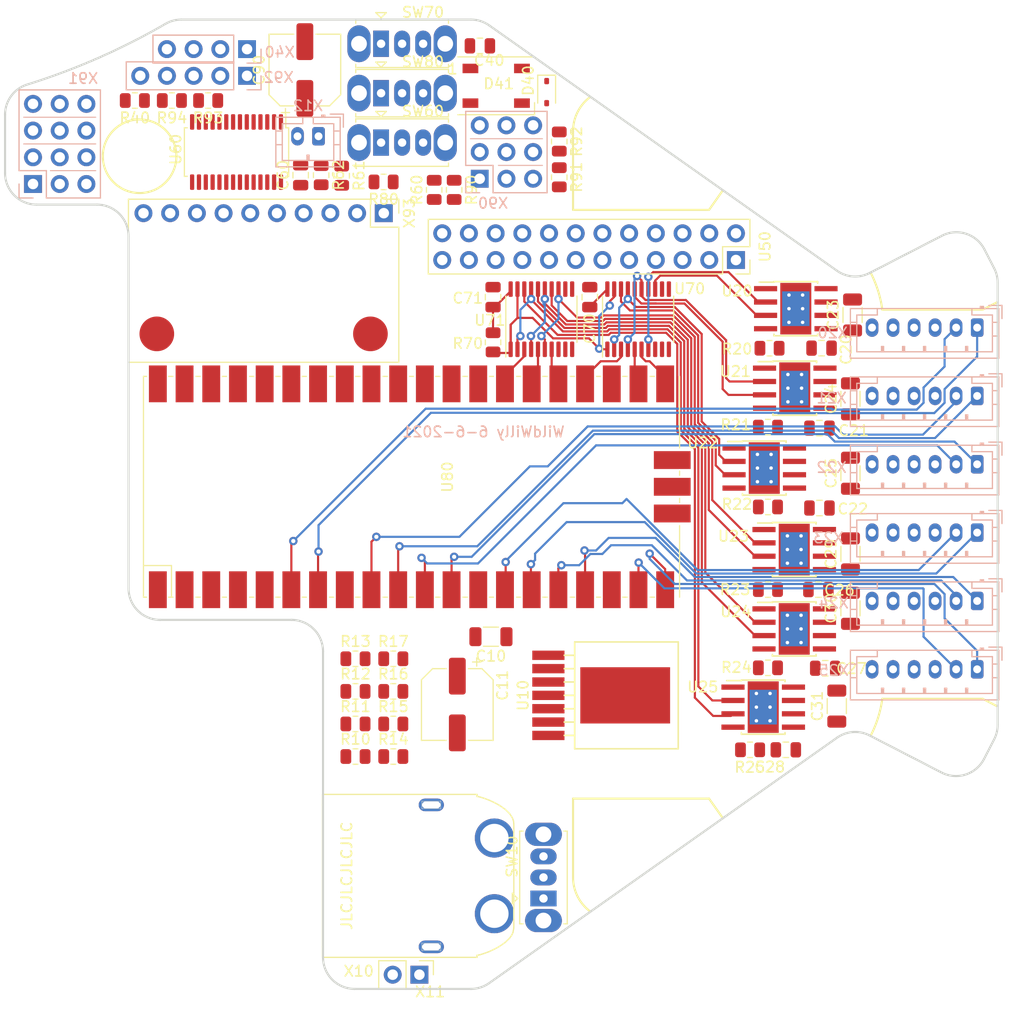
<source format=kicad_pcb>
(kicad_pcb (version 20221018) (generator pcbnew)
  (layers (0 "F.Cu" signal "Top") (1 "In1.Cu" signal) (2 "In2.Cu" signal) (31 "B.Cu" signal "Bottom") (34 "B.Paste" user) (35 "F.Paste" user) (36 "B.SilkS" user "B.Silkscreen") (37 "F.SilkS" user "F.Silkscreen") (38 "B.Mask" user) (39 "F.Mask" user) (44 "Edge.Cuts" user))
  (net 0 "")
  (net 1 "GND")
  (net 2 "+5V")
  (net 3 "SERVOSCL")
  (net 4 "SERVOSDA")
  (net 5 "M6")
  (net 6 "M5")
  (net 7 "M4")
  (net 8 "M3")
  (net 9 "M2")
  (net 10 "M1")
  (net 11 "MENABLE")
  (net 12 "VBATMEASURE")
  (net 13 "WSLED")
  (net 14 "S4")
  (net 15 "S3")
  (net 16 "S2")
  (net 17 "S1")
  (net 18 "+BATT")
  (net 19 "IM1")
  (net 20 "IM6")
  (net 21 "IM5")
  (net 22 "IM4")
  (net 23 "IM3")
  (net 24 "IM2")
  (net 25 "ZERO0")
  (net 26 "ZERO1")
  (net 27 "ZERO2")
  (net 28 "Net-(D40-K)")
  (net 29 "Net-(U20-ILIM)")
  (net 30 "Net-(D41-DOUT)")
  (net 31 "Net-(SW10-B)")
  (net 32 "Net-(R10-Pad2)")
  (net 33 "Net-(U10-EN)")
  (net 34 "Net-(U10-FB)")
  (net 35 "OLEDSCL")
  (net 36 "OLEDSDA")
  (net 37 "EM2")
  (net 38 "EM3")
  (net 39 "EM4")
  (net 40 "EM6")
  (net 41 "EM5")
  (net 42 "EM1")
  (net 43 "Net-(R14-Pad2)")
  (net 44 "IMURST")
  (net 45 "OLEDRES")
  (net 46 "IMUPS1")
  (net 47 "IMUTX")
  (net 48 "IMUPS0")
  (net 49 "IMURX")
  (net 50 "Net-(U20-OUT2)")
  (net 51 "Net-(U20-OUT1)")
  (net 52 "Net-(U21-ILIM)")
  (net 53 "Net-(U22-ILIM)")
  (net 54 "Net-(U23-ILIM)")
  (net 55 "Net-(U24-ILIM)")
  (net 56 "Net-(U25-ILIM)")
  (net 57 "Net-(SW60-B)")
  (net 58 "Net-(SW70-C)")
  (net 64 "Net-(U21-OUT1)")
  (net 65 "Net-(U21-OUT2)")
  (net 66 "Net-(U22-OUT1)")
  (net 67 "Net-(U22-OUT2)")
  (net 68 "Net-(U23-OUT1)")
  (net 69 "Net-(U23-OUT2)")
  (net 70 "Net-(U24-OUT1)")
  (net 71 "Net-(U24-OUT2)")
  (net 72 "Net-(U25-OUT1)")
  (net 73 "Net-(U25-OUT2)")
  (net 78 "INBUTTON")
  (net 79 "+3.3V")
  (net 81 "INWIFI")
  (net 86 "GNDPWR")
  (net 93 "PICORX")
  (net 94 "PICOTX")
  (net 96 "SWDIO")
  (net 97 "SWCLK")
  (net 98 "E6B")
  (net 99 "E6A")
  (net 100 "E5A")
  (net 101 "E5B")
  (net 102 "E4A")
  (net 103 "E4B")
  (net 104 "E1A")
  (net 105 "E1B")
  (net 106 "E2A")
  (net 107 "E2B")
  (net 108 "E3A")
  (net 109 "E3B")
  (footprint "Capacitor_SMD:C_0805_2012Metric" (layer "F.Cu") (at 103.65 56.4)
    (fp_text reference "C40")
    (fp_text value "100n")
  )
  (footprint "Resistor_SMD:R_0805_2012Metric" (layer "F.Cu") (at 77.8 61.6 180)
    (fp_text reference "R93")
    (fp_text value "4k7")
  )
  (footprint "Resistor_SMD:R_0805_2012Metric" (layer "F.Cu") (at 74.35 61.6 180)
    (fp_text reference "R94")
    (fp_text value "4k7")
  )
  (footprint "Package_SO:TSSOP-28_4.4x9.7mm_P0.65mm" (layer "F.Cu") (at 80.5 66.5 -90)
    (fp_text reference "U60")
    (fp_text value "PCA9685PW")
  )
  (footprint "Capacitor_SMD:C_0805_2012Metric" (layer "F.Cu") (at 86.6 68.7 90)
    (fp_text reference "C60")
    (fp_text value "100n")
  )
  (footprint "Resistor_SMD:R_0805_2012Metric" (layer "F.Cu") (at 131.2 85.16)
    (fp_text reference "R20")
    (fp_text value "68k")
  )
  (footprint "Resistor_SMD:R_0805_2012Metric" (layer "F.Cu") (at 104.9 84.6 -90)
    (fp_text reference "R70")
    (fp_text value "100k")
  )
  (footprint "MountingHole:MountingHole_3.2mm_M3" (layer "F.Cu") (at 114.709 132.3)
    (fp_text reference "H203" hide)
    (fp_text value "MountingHole")
  )
  (footprint "Capacitor_SMD:CP_Elec_6.3x7.7" (layer "F.Cu") (at 101.5 119.05 -90)
    (fp_text reference "C11")
    (fp_text value "220u")
  )
  (footprint "Capacitor_SMD:C_1206_3216Metric" (layer "F.Cu") (at 104.7 112.6 180)
    (fp_text reference "C10")
    (fp_text value "22u")
  )
  (footprint "Capacitor_SMD:C_1206_3216Metric" (layer "F.Cu") (at 138.9 109.9 90)
    (fp_text reference "C30")
    (fp_text value "22u")
  )
  (footprint "Resistor_SMD:R_0805_2012Metric" (layer "F.Cu") (at 131.05 92.66)
    (fp_text reference "R21")
    (fp_text value "68k")
  )
  (footprint "Resistor_SMD:R_0805_2012Metric" (layer "F.Cu") (at 131.05 100.26)
    (fp_text reference "R22")
    (fp_text value "68k")
  )
  (footprint "Resistor_SMD:R_0805_2012Metric" (layer "F.Cu") (at 131.05 108.12)
    (fp_text reference "R23")
    (fp_text value "68k")
  )
  (footprint "Capacitor_SMD:C_1206_3216Metric" (layer "F.Cu") (at 137.6 119.2 90)
    (fp_text reference "C31")
    (fp_text value "22u")
  )
  (footprint "Resistor_SMD:R_0805_2012Metric" (layer "F.Cu") (at 131.05 115.56)
    (fp_text reference "R24")
    (fp_text value "68k")
  )
  (footprint "Connector_PinHeader_2.54mm:PinHeader_1x02_P2.54mm_Vertical" (layer "F.Cu") (at 97.895 144.75 -90)
    (fp_text reference "X11")
    (fp_text value "Conn_01x02")
  )
  (footprint "Capacitor_SMD:C_0805_2012Metric" (layer "F.Cu") (at 132.75 123.36 180)
    (fp_text reference "C28")
    (fp_text value "100n")
  )
  (footprint "Capacitor_SMD:C_0805_2012Metric" (layer "F.Cu") (at 136.5 115.6 180)
    (fp_text reference "C27")
    (fp_text value "100n")
  )
  (footprint "Capacitor_SMD:C_0805_2012Metric" (layer "F.Cu") (at 135.95 92.76 180)
    (fp_text reference "C21")
    (fp_text value "100n")
  )
  (footprint "Capacitor_SMD:C_1206_3216Metric" (layer "F.Cu") (at 138.9 97.05 90)
    (fp_text reference "C25")
    (fp_text value "22u")
  )
  (footprint "Capacitor_SMD:C_0805_2012Metric" (layer "F.Cu") (at 135.85 108.12 180)
    (fp_text reference "C26")
    (fp_text value "100n")
  )
  (footprint "Capacitor_SMD:C_1206_3216Metric" (layer "F.Cu") (at 138.9 104.725 90)
    (fp_text reference "C29")
    (fp_text value "22u")
  )
  (footprint "_r5:AMASS_XT60PW-M" (layer "F.Cu") (at 99.02691 135.35 90)
    (fp_text reference "X10")
    (fp_text value "Conn_01x02")
    (fp_line (start -7.1 -0.9) (end -6.4 -0.9) (stroke (width 0.05)) (layer "Edge.Cuts"))
    (fp_line (start -7.1 0.9) (end -7.1 -0.9) (stroke (width 0.05)) (layer "Edge.Cuts"))
    (fp_line (start -6.4 -0.9) (end -6.4 0.9) (stroke (width 0.05)) (layer "Edge.Cuts"))
    (fp_line (start -6.4 0.9) (end -7.1 0.9) (stroke (width 0.05)) (layer "Edge.Cuts"))
    (fp_line (start 6.4 -0.9) (end 7.1 -0.9) (stroke (width 0.05)) (layer "Edge.Cuts"))
    (fp_line (start 6.4 0.9) (end 6.4 -0.9) (stroke (width 0.05)) (layer "Edge.Cuts"))
    (fp_line (start 7.1 -0.9) (end 7.1 0.9) (stroke (width 0.05)) (layer "Edge.Cuts"))
    (fp_line (start 7.1 0.9) (end 6.4 0.9) (stroke (width 0.05)) (layer "Edge.Cuts"))
  )
  (footprint "Capacitor_SMD:C_1206_3216Metric" (layer "F.Cu") (at 139.1 82 90)
    (fp_text reference "C23")
    (fp_text value "22u")
  )
  (footprint "Resistor_SMD:R_0805_2012Metric" (layer "F.Cu") (at 95.4125 114.7)
    (fp_text reference "R17")
    (fp_text value "68k")
  )
  (footprint "Resistor_SMD:R_0805_2012Metric" (layer "F.Cu") (at 95.4125 117.8)
    (fp_text reference "R16")
    (fp_text value "100k")
  )
  (footprint "MountingHole:MountingHole_3.2mm_M3" (layer "F.Cu") (at 71.28 66.9)
    (fp_text reference "H202" hide)
    (fp_text value "MountingHole")
  )
  (footprint "MountingHole:MountingHole_3.2mm_M3" (layer "F.Cu") (at 149.517 77.988)
    (fp_text reference "H201" hide)
    (fp_text value "MountingHole")
  )
  (footprint "MountingHole:MountingHole_3.2mm_M3" (layer "F.Cu") (at 149.517 122.012)
    (fp_text reference "H204" hide)
    (fp_text value "MountingHole")
  )
  (footprint "Resistor_SMD:R_0805_2012Metric" (layer "F.Cu") (at 129.35 123.36)
    (fp_text reference "R25")
    (fp_text value "68k")
  )
  (footprint "LED_SMD:LED_WS2812B_PLCC4_5.0x5.0mm_P3.2mm" (layer "F.Cu") (at 105.2 60.198)
    (fp_text reference "D41")
    (fp_text value "WS2812B5050")
  )
  (footprint "Capacitor_SMD:C_0805_2012Metric" (layer "F.Cu") (at 135.95 100.36 180)
    (fp_text reference "C22")
    (fp_text value "100n")
  )
  (footprint "Package_SO:Texas_HTSOP-8-1EP_3.9x4.9mm_P1.27mm_EP2.95x4.9mm_Mask2.4x3.1mm_ThermalVias" (layer "F.Cu") (at 133.6 88.96)
    (fp_text reference "U21")
    (fp_text value "DRV8871DDA")
  )
  (footprint "Package_SO:Texas_HTSOP-8-1EP_3.9x4.9mm_P1.27mm_EP2.95x4.9mm_Mask2.4x3.1mm_ThermalVias" (layer "F.Cu") (at 130.7 96.56)
    (fp_text reference "U22")
    (fp_text value "DRV8871DDA")
  )
  (footprint "Package_SO:Texas_HTSOP-8-1EP_3.9x4.9mm_P1.27mm_EP2.95x4.9mm_Mask2.4x3.1mm_ThermalVias" (layer "F.Cu") (at 133.55 104.31)
    (fp_text reference "U23")
    (fp_text value "DRV8871DDA")
  )
  (footprint "Package_SO:Texas_HTSOP-8-1EP_3.9x4.9mm_P1.27mm_EP2.95x4.9mm_Mask2.4x3.1mm_ThermalVias" (layer "F.Cu") (at 133.55 111.86)
    (fp_text reference "U24")
    (fp_text value "DRV8871DDA")
  )
  (footprint "Package_SO:Texas_HTSOP-8-1EP_3.9x4.9mm_P1.27mm_EP2.95x4.9mm_Mask2.4x3.1mm_ThermalVias" (layer "F.Cu") (at 130.6 119.3)
    (fp_text reference "U25")
    (fp_text value "DRV8871DDA")
  )
  (footprint "Capacitor_SMD:C_0805_2012Metric" (layer "F.Cu") (at 104.9 80.3 90)
    (fp_text reference "C71")
    (fp_text value "100n")
  )
  (footprint "Resistor_SMD:R_0805_2012Metric" (layer "F.Cu") (at 95.4125 124)
    (fp_text reference "R14")
    (fp_text value "1k")
  )
  (footprint "Resistor_SMD:R_0805_2012Metric" (layer "F.Cu") (at 91.8125 114.7)
    (fp_text reference "R13")
    (fp_text value "6k8")
  )
  (footprint "Capacitor_SMD:CP_Elec_6.3x7.7" (layer "F.Cu") (at 87 58.7 90)
    (fp_text reference "C90")
    (fp_text value "220u")
  )
  (footprint "Diode_SMD:D_SOD-323" (layer "F.Cu") (at 110 60.8 -90)
    (fp_text reference "D40")
    (fp_text value "1N4148")
  )
  (footprint "Package_SO:Texas_HTSOP-8-1EP_3.9x4.9mm_P1.27mm_EP2.95x4.9mm_Mask2.4x3.1mm_ThermalVias" (layer "F.Cu") (at 133.7 81.4)
    (fp_text reference "U20")
    (fp_text value "DRV8871DDA")
  )
  (footprint "Capacitor_SMD:C_1206_3216Metric" (layer "F.Cu") (at 138.9 89.975 90)
    (fp_text reference "C24")
    (fp_text value "22u")
  )
  (footprint "Capacitor_SMD:C_0805_2012Metric" (layer "F.Cu") (at 136.15 85.15 180)
    (fp_text reference "C20")
    (fp_text value "100n")
  )
  (footprint "Package_SO:TSSOP-20_4.4x6.5mm_P0.65mm" (layer "F.Cu") (at 118.7 82.4 90)
    (fp_text reference "U70")
    (fp_text value "74HC540")
  )
  (footprint "Resistor_SMD:R_0805_2012Metric" (layer "F.Cu") (at 99.3 70.1 90)
    (fp_text reference "R60")
    (fp_text value "100k")
  )
  (footprint "Resistor_SMD:R_0805_2012Metric" (layer "F.Cu") (at 70.825 61.6 180)
    (fp_text reference "R40")
    (fp_text value "100k")
  )
  (footprint "_r5:SW_Slide_1P2T_CK_OS102011MS2Q" (layer "F.Cu") (at 94.25 56.2)
    (fp_text reference "SW70")
    (fp_text value "SW_SPDT")
  )
  (footprint "Resistor_SMD:R_0805_2012Metric" (layer "F.Cu") (at 90.5 68.75 -90)
    (fp_text reference "R61")
    (fp_text value "~")
  )
  (footprint "Resistor_SMD:R_0805_2012Metric" (layer "F.Cu") (at 91.8125 120.9)
    (fp_text reference "R11")
    (fp_text value "13k7")
  )
  (footprint "Resistor_SMD:R_0805_2012Metric" (layer "F.Cu") (at 88.55 68.7 -90)
    (fp_text reference "R62")
    (fp_text value "~")
  )
  (footprint "_r5:7TO-PMOD" (layer "F.Cu") (at 110.165 118.18 -90)
    (fp_text reference "U10")
    (fp_text value "LMZ22005")
  )
  (footprint "Resistor_SMD:R_0805_2012Metric" (layer "F.Cu") (at 91.8125 124)
    (fp_text reference "R10")
    (fp_text value "102k")
  )
  (footprint "_r5:RaspberryPiPico_SMD" (layer "F.Cu") (at 97.145 98.34 90)
    (fp_text reference "U80")
    (fp_text value "Pico")
  )
  (footprint "Resistor_SMD:R_0805_2012Metric" (layer "F.Cu") (at 111.2 68.9 -90)
    (fp_text reference "R91")
    (fp_text value "4k7")
  )
  (footprint "Resistor_SMD:R_0805_2012Metric" (layer "F.Cu") (at 101.2 70.1 -90)
    (fp_text reference "R90")
    (fp_text value "4k7")
  )
  (footprint "Resistor_SMD:R_0805_2012Metric" (layer "F.Cu") (at 95.4125 120.9)
    (fp_text reference "R15")
    (fp_text value "300R")
  )
  (footprint "Package_SO:TSSOP-20_4.4x6.5mm_P0.65mm" (layer "F.Cu") (at 109.5 82.4 90)
    (fp_text reference "U71")
    (fp_text value "74HC540")
  )
  (footprint "Resistor_SMD:R_0805_2012Metric" (layer "F.Cu") (at 111.2 65.5 -90)
    (fp_text reference "R92")
    (fp_text value "4k7")
  )
  (footprint "_r5:GY-BNO08X" (layer "F.Cu") (at 94.50691 72.315 -90)
    (fp_text reference "X93")
    (fp_text value "GY-BNO08X")
  )
  (footprint "_r5:SW_Slide_1P2T_CK_OS102011MS2Q" (layer "F.Cu") (at 94.25 60.9)
    (fp_text reference "SW80")
    (fp_text value "SW_SPDT")
  )
  (footprint "Capacitor_SMD:C_0805_2012Metric" (layer "F.Cu") (at 114.1 80.3 90)
    (fp_text reference "C70")
    (fp_text value "100n")
  )
  (footprint "_r5:SW_Slide_1P2T_CK_OS102011MS2Q" (layer "F.Cu") (at 109.6975 137.5 90)
    (fp_text reference "SW10")
    (fp_text value "SW_SPDT")
  )
  (footprint "_r5:SW_Slide_1P2T_CK_OS102011MS2Q" (layer "F.Cu") (at 94.25 65.6)
    (fp_text reference "SW60")
    (fp_text value "SW_SPDT")
  )
  (footprint "Connector_PinSocket_2.54mm:PinSocket_2x12_P2.54mm_Vertical" (layer "F.Cu") (at 128.007 76.77 -90)
    (fp_text reference "U50")
    (fp_text value "PI22")
  )
  (footprint "Resistor_SMD:R_0805_2012Metric" (layer "F.Cu") (at 91.8125 117.8)
    (fp_text reference "R12")
    (fp_text value "0R")
  )
  (footprint "Resistor_SMD:R_0805_2012Metric" (layer "F.Cu") (at 94.488 69.342 180)
    (fp_text reference "R80")
    (fp_text value "100k")
  )
  (footprint "_r5:PinHeader_3x04_P2.54mm_Vertical" (layer "B.Cu") (at 61.14 69.54)
    (fp_text reference "X91")
    (fp_text value "4X3HEADER")
  )
  (footprint "Connector_JST:JST_PH_B6B-PH-K_1x06_P2.00mm_Vertical" (layer "B.Cu") (at 150.952 83.2 180)
    (fp_text reference "X20")
    (fp_text value "Conn_01x06")
  )
  (footprint "Connector_PinHeader_2.54mm:PinHeader_1x05_P2.54mm_Vertical" (layer "B.Cu") (at 81.5 59.25 90)
    (fp_text reference "X92")
    (fp_text value "SDD1309")
  )
  (footprint "Connector_JST:JST_PH_B6B-PH-K_1x06_P2.00mm_Vertical" (layer "B.Cu") (at 150.952 115.7 180)
    (fp_text reference "X25")
    (fp_text value "Conn_01x06")
  )
  (footprint "Connector_JST:JST_PH_B6B-PH-K_1x06_P2.00mm_Vertical" (layer "B.Cu") (at 150.952 109.2 180)
    (fp_text reference "X24")
    (fp_text value "Conn_01x06")
  )
  (footprint "_r5:PinHeader_3x03_P2.54mm_Vertical" (layer "B.Cu") (at 103.632 69.04)
    (fp_text reference "X90")
    (fp_text value "3X3HEADER")
  )
  (footprint "Connector_JST:JST_PH_B6B-PH-K_1x06_P2.00mm_Vertical" (layer "B.Cu") (at 150.952 102.7 180)
    (fp_text reference "X23")
    (fp_text value "Conn_01x06")
  )
  (footprint "Connector_PinHeader_2.54mm:PinHeader_1x04_P2.54mm_Vertical" (layer "B.Cu") (at 81.5 56.71 90)
    (fp_text reference "X40")
    (fp_text value "Conn_01x04")
  )
  (footprint "Connector_JST:JST_PH_B6B-PH-K_1x06_P2.00mm_Vertical" (layer "B.Cu") (at 150.952 89.7 180)
    (fp_text reference "X21")
    (fp_text value "Conn_01x06")
  )
  (footprint "Connector_JST:JST_PH_B2B-PH-K_1x02_P2.00mm_Vertical" (layer "B.Cu") (at 88.3 65 180)
    (fp_text reference "X12")
    (fp_text value "Conn_01x02")
  )
  (footprint "Connector_JST:JST_PH_B6B-PH-K_1x06_P2.00mm_Vertical" (layer "B.Cu") (at 150.952 96.2 180)
    (fp_text reference "X22")
    (fp_text value "Conn_01x06")
  )
  (gr_line (start 141.930032 81.493885) (end 151.475888 81.493885) (stroke (width 0.2)) (layer "F.SilkS"))
  (gr_line (start 112.509386 128) (end 125.446523 128) (stroke (width 0.2)) (layer "F.SilkS"))
  (gr_line (start 126.763495 70.133073) (end 125.446523 72) (stroke (width 0.2)) (layer "F.SilkS"))
  (gr_line (start 152.902105 80.758705) (end 151.475888 81.493885) (stroke (width 0.2)) (layer "F.SilkS"))
  (gr_arc (start 114.165092 138.754122) (mid 112.946791 137.311708) (end 112.509386 135.475) (stroke (width 0.2)) (layer "F.SilkS"))
  (gr_arc (start 112.509386 64.525) (mid 112.946786 62.688289) (end 114.165093 61.245878) (stroke (width 0.2)) (layer "F.SilkS"))
  (gr_line (start 126.763494 129.866926) (end 125.446523 128) (stroke (width 0.2)) (layer "F.SilkS"))
  (gr_line (start 141.930031 118.506115) (end 151.475888 118.506115) (stroke (width 0.2)) (layer "F.SilkS"))
  (gr_line (start 112.509386 64.525) (end 112.509386 72) (stroke (width 0.2)) (layer "F.SilkS"))
  (gr_circle (center 71.279773 66.900046) (end 74.779773 66.900046) (stroke (width 0.2)) (fill none) (layer "F.SilkS"))
  (gr_line (start 152.902105 119.241296) (end 151.475888 118.506115) (stroke (width 0.2)) (layer "F.SilkS"))
  (gr_line (start 112.509386 72) (end 125.446523 72) (stroke (width 0.2)) (layer "F.SilkS"))
  (gr_line (start 112.509386 135.475) (end 112.509386 128) (stroke (width 0.2)) (layer "F.SilkS"))
  (gr_arc (start 141.930031 118.506115) (mid 141.520476 120.320546) (end 140.811056 122.040029) (stroke (width 0.2)) (layer "F.SilkS"))
  (gr_arc (start 140.811056 77.959971) (mid 141.520473 79.679454) (end 141.930032 81.493885) (stroke (width 0.2)) (layer "F.SilkS"))
  (gr_arc locked (start 67.226912 71.500053) (mid 69.34823 72.378734) (end 70.226912 74.500053) (stroke (width 0.2)) (layer "Edge.Cuts"))
  (gr_arc locked (start 73.742557 54.304489) (mid 74.468024 54.002919) (end 75.24691 53.900046) (stroke (width 0.2)) (layer "Edge.Cuts"))
  (gr_line locked (start 151.606877 124.229895) (end 152.568676 122.364048) (stroke (width 0.2)) (layer "Edge.Cuts"))
  (gr_line locked (start 140.72245 121.994355) (end 147.565752 125.521913) (stroke (width 0.2)) (layer "Edge.Cuts"))
  (gr_arc locked (start 147.598869 74.461017) (mid 149.887007 74.270097) (end 151.639994 75.753035) (stroke (width 0.2)) (layer "Edge.Cuts"))
  (gr_line locked (start 75.24691 53.900046) (end 102.800057 53.900046) (stroke (width 0.2)) (layer "Edge.Cuts"))
  (gr_line locked (start 152.902105 120.989495) (end 152.902105 78.929191) (stroke (width 0.2)) (layer "Edge.Cuts"))
  (gr_line locked (start 58.479773 68.500053) (end 58.479773 62.943855) (stroke (width 0.2)) (layer "Edge.Cuts"))
  (gr_arc locked (start 140.722452 78.005645) (mid 139.140458 78.331895) (end 137.618601 77.790508) (stroke (width 0.2)) (layer "Edge.Cuts"))
  (gr_arc locked (start 73.226912 111.000053) (mid 71.105589 110.121374) (end 70.226912 108.000053) (stroke (width 0.2)) (layer "Edge.Cuts"))
  (gr_arc locked (start 58.479773 62.943855) (mid 59.063443 61.165872) (end 60.587292 60.079684) (stroke (width 0.2)) (layer "Edge.Cuts"))
  (gr_arc locked (start 137.6186 122.209492) (mid 139.140456 121.668101) (end 140.72245 121.994355) (stroke (width 0.2)) (layer "Edge.Cuts"))
  (gr_arc locked (start 61.479773 71.500053) (mid 59.35845 70.621375) (end 58.479773 68.500053) (stroke (width 0.2)) (layer "Edge.Cuts"))
  (gr_line locked (start 102.800056 146.099953) (end 91.726912 146.099953) (stroke (width 0.2)) (layer "Edge.Cuts"))
  (gr_line locked (start 137.6186 122.209492) (end 104.529353 145.551387) (stroke (width 0.2)) (layer "Edge.Cuts"))
  (gr_line locked (start 140.722452 78.005645) (end 147.598869 74.461017) (stroke (width 0.2)) (layer "Edge.Cuts"))
  (gr_arc locked (start 152.568676 77.554637) (mid 152.817558 78.221983) (end 152.902105 78.929191) (stroke (width 0.2)) (layer "Edge.Cuts"))
  (gr_arc locked (start 104.529353 145.551387) (mid 103.707165 145.959519) (end 102.800056 146.099953) (stroke (width 0.2)) (layer "Edge.Cuts"))
  (gr_line locked (start 61.479773 71.500053) (end 67.226912 71.500053) (stroke (width 0.2)) (layer "Edge.Cuts"))
  (gr_line locked (start 73.226912 111.000053) (end 85.726912 111.000053) (stroke (width 0.2)) (layer "Edge.Cuts"))
  (gr_line locked (start 151.639994 75.753035) (end 152.568676 77.554637) (stroke (width 0.2)) (layer "Edge.Cuts"))
  (gr_arc locked (start 102.800057 53.900046) (mid 103.707171 54.040464) (end 104.529354 54.448612) (stroke (width 0.2)) (layer "Edge.Cuts"))
  (gr_arc locked (start 85.726912 111.000053) (mid 87.84823 111.878734) (end 88.726912 114.000053) (stroke (width 0.2)) (layer "Edge.Cuts"))
  (gr_arc locked (start 152.902105 120.989495) (mid 152.817558 121.696703) (end 152.568676 122.364048) (stroke (width 0.2)) (layer "Edge.Cuts"))
  (gr_line locked (start 88.726912 143.099953) (end 88.726912 114.000053) (stroke (width 0.2)) (layer "Edge.Cuts"))
  (gr_arc locked (start 91.726912 146.099953) (mid 89.605589 145.221274) (end 88.726912 143.099953) (stroke (width 0.2)) (layer "Edge.Cuts"))
  (gr_line locked (start 137.618601 77.790508) (end 104.529354 54.448612) (stroke (width 0.2)) (layer "Edge.Cuts"))
  (gr_line locked (start 70.226912 108.000053) (end 70.226912 74.500053) (stroke (width 0.2)) (layer "Edge.Cuts"))
  (gr_arc locked (start 73.742557 54.304489) (mid 67.326226 57.559514) (end 60.587292 60.079684) (stroke (width 0.2)) (layer "Edge.Cuts"))
  (gr_arc locked (start 151.606877 124.229895) (mid 149.853897 125.712831) (end 147.565752 125.521913) (stroke (width 0.2)) (layer "Edge.Cuts"))
  (gr_text "WildWilly 6-6-2021" (at 111.8 93.7) (layer "B.SilkS") (effects (font (size 1 1)) (justify left bottom mirror)))
  (gr_text "JLCJLCJLCJLC" (at 90.4 130.1 90) (layer "F.SilkS") (effects (font (size 1 1) (thickness 0.155448)) (justify right top)))
  (segment (start 107.875 85.2625) (end 107.875 85.920718) (width 0.2032) (layer "F.Cu") (net 5))
  (segment (start 106.035 87.760718) (end 106.035 89.45) (width 0.2032) (layer "F.Cu") (net 5))
  (segment (start 106.035 87.310718) (end 106.035 89.45) (width 0.2032) (layer "F.Cu") (net 5))
  (segment (start 107.875 85.920718) (end 106.035 87.760718) (width 0.2032) (layer "F.Cu") (net 5))
  (segment (start 108.525 89.4) (end 108.575 89.45) (width 0.2032) (layer "F.Cu") (net 6))
  (segment (start 109.175 85.2625) (end 109.175 88.85) (width 0.2032) (layer "F.Cu") (net 6))
  (segment (start 109.175 88.85) (end 108.575 89.45) (width 0.2032) (layer "F.Cu") (net 6))
  (segment (start 110.475 85.2625) (end 110.475 88.81) (width 0.2032) (layer "F.Cu") (net 7))
  (segment (start 111.115 87.410718) (end 111.115 89.45) (width 0.2032) (layer "F.Cu") (net 7))
  (segment (start 110.475 88.81) (end 111.115 89.45) (width 0.2032) (layer "F.Cu") (net 7))
  (segment (start 115.1418 86.4) (end 113.655 87.8868) (width 0.2032) (layer "F.Cu") (net 8))
  (segment (start 117.075 85.999999) (end 116.674999 86.4) (width 0.2032) (layer "F.Cu") (net 8))
  (segment (start 113.655 87.8868) (end 113.655 89.45) (width 0.2032) (layer "F.Cu") (net 8))
  (segment (start 116.674999 86.4) (end 115.1418 86.4) (width 0.2032) (layer "F.Cu") (net 8))
  (segment (start 117.075 85.2625) (end 117.075 85.999999) (width 0.2032) (layer "F.Cu") (net 8))
  (segment (start 118.375 89.09) (end 118.735 89.45) (width 0.2032) (layer "F.Cu") (net 9))
  (segment (start 118.375 85.2625) (end 118.375 89.09) (width 0.2032) (layer "F.Cu") (net 9))
  (segment (start 118.735 87.009999) (end 118.735 89.45) (width 0.2032) (layer "F.Cu") (net 9))
  (segment (start 119.025 85.999999) (end 119.425001 86.4) (width 0.2032) (layer "F.Cu") (net 10))
  (segment (start 119.7882 86.4) (end 121.275 87.8868) (width 0.2032) (layer "F.Cu") (net 10))
  (segment (start 119.425001 86.4) (end 119.7882 86.4) (width 0.2032) (layer "F.Cu") (net 10))
  (segment (start 121.275 87.8868) (end 121.275 89.45) (width 0.2032) (layer "F.Cu") (net 10))
  (segment (start 119.025 85.2625) (end 119.025 85.999999) (width 0.2032) (layer "F.Cu") (net 10))
  (segment (start 121.275 87.775) (end 121.275 89.45) (width 0.2032) (layer "F.Cu") (net 10))
  (segment (start 100.955 87.8868) (end 100.955 89.45) (width 0.2032) (layer "F.Cu") (net 11))
  (segment (start 119.675 79.5375) (end 119.675 78.4466) (width 0.2032) (layer "F.Cu") (net 19))
  (segment (start 127.2984 77.9216) (end 130.1418 80.765) (width 0.2032) (layer "F.Cu") (net 19))
  (segment (start 119.675 84.275) (end 119.6 84.2) (width 0.2032) (layer "F.Cu") (net 19))
  (segment (start 130.1418 80.765) (end 130.825 80.765) (width 0.2032) (layer "F.Cu") (net 19))
  (segment (start 120.129172 77.9216) (end 127.2984 77.9216) (width 0.2032) (layer "F.Cu") (net 19))
  (segment (start 130.825 80.765) (end 129.975 80.765) (width 0.2032) (layer "F.Cu") (net 19))
  (segment (start 119.675386 78.375386) (end 120.129172 77.9216) (width 0.2032) (layer "F.Cu") (net 19))
  (segment (start 119.675 84.275) (end 119.675 85.2625) (width 0.2032) (layer "F.Cu") (net 19))
  (via (at 119.675386 84.322121) (size 0.8) (drill 0.4) (layers "F.Cu" "B.Cu") (net 19))
  (via (at 119.675386 78.375386) (size 0.8) (drill 0.4) (layers "F.Cu" "B.Cu") (net 19))
  (segment (start 119.675386 78.375386) (end 119.675386 84.322121) (width 0.2032) (layer "B.Cu") (net 19))
  (segment (start 111.550288 83.563) (end 108.524588 80.5373) (width 0.2032) (layer "F.Cu") (net 20))
  (segment (start 115.963226 83.36032) (end 115.760546 83.563) (width 0.2032) (layer "F.Cu") (net 20))
  (segment (start 122.7568 84.619108) (end 121.498011 83.36032) (width 0.2032) (layer "F.Cu") (net 20))
  (segment (start 108.524588 80.477833) (end 108.525 80.477421) (width 0.2032) (layer "F.Cu") (net 20))
  (segment (start 122.7568 92.941626) (end 122.7568 84.619108) (width 0.2032) (layer "F.Cu") (net 20))
  (segment (start 108.524588 80.5373) (end 108.524588 80.477833) (width 0.2032) (layer "F.Cu") (net 20))
  (segment (start 121.498011 83.36032) (end 115.963226 83.36032) (width 0.2032) (layer "F.Cu") (net 20))
  (segment (start 107.225 85.4625) (end 107.225 84.275) (width 0.2032) (layer "F.Cu") (net 20))
  (segment (start 125.765 118.665) (end 124.4302 117.3302) (width 0.2032) (layer "F.Cu") (net 20))
  (segment (start 107.225 84.275) (end 107.5 84) (width 0.2032) (layer "F.Cu") (net 20))
  (segment (start 127.725 118.665) (end 125.765 118.665) (width 0.2032) (layer "F.Cu") (net 20))
  (segment (start 115.760546 83.563) (end 111.550288 83.563) (width 0.2032) (layer "F.Cu") (net 20))
  (segment (start 124.4302 117.3302) (end 124.4302 94.615026) (width 0.2032) (layer "F.Cu") (net 20))
  (segment (start 108.525 80.477421) (end 108.525 79.7375) (width 0.2032) (layer "F.Cu") (net 20))
  (segment (start 124.4302 94.615026) (end 122.7568 92.941626) (width 0.2032) (layer "F.Cu") (net 20))
  (via (at 108.524588 80.477833) (size 0.8) (drill 0.4) (layers "F.Cu" "B.Cu") (net 20))
  (via (at 107.5 84) (size 0.8) (drill 0.4) (layers "F.Cu" "B.Cu") (net 20))
  (segment (start 107.5 81.502421) (end 107.5 84) (width 0.2032) (layer "B.Cu") (net 20))
  (segment (start 108.524588 80.477833) (end 107.5 81.502421) (width 0.2032) (layer "B.Cu") (net 20))
  (segment (start 108.525 84.025) (end 108.525 85.4625) (width 0.2032) (layer "F.Cu") (net 21))
  (segment (start 129.825 111.225) (end 130.675 111.225) (width 0.2032) (layer "F.Cu") (net 21))
  (segment (start 125.0906 94.341478) (end 125.0906 106.4906) (width 0.2032) (layer "F.Cu") (net 21))
  (segment (start 123.424561 84.352922) (end 123.424561 92.675439) (width 0.2032) (layer "F.Cu") (net 21))
  (segment (start 111.823836 82.9026) (end 115.486998 82.9026) (width 0.2032) (layer "F.Cu") (net 21))
  (segment (start 109.825376 80.90414) (end 111.823836 82.9026) (width 0.2032) (layer "F.Cu") (net 21))
  (segment (start 109.825376 80.477896) (end 109.825376 80.90414) (width 0.2032) (layer "F.Cu") (net 21))
  (segment (start 108.5 84) (end 108.525 84.025) (width 0.2032) (layer "F.Cu") (net 21))
  (segment (start 115.486998 82.9026) (end 115.689678 82.69992) (width 0.2032) (layer "F.Cu") (net 21))
  (segment (start 115.689678 82.69992) (end 121.771557 82.69992) (width 0.2032) (layer "F.Cu") (net 21))
  (segment (start 123.424561 92.675439) (end 125.0906 94.341478) (width 0.2032) (layer "F.Cu") (net 21))
  (segment (start 121.771557 82.69992) (end 123.424561 84.352922) (width 0.2032) (layer "F.Cu") (net 21))
  (segment (start 109.825376 80.477896) (end 109.825 80.47752) (width 0.2032) (layer "F.Cu") (net 21))
  (segment (start 125.0906 106.4906) (end 129.825 111.225) (width 0.2032) (layer "F.Cu") (net 21))
  (segment (start 109.825 80.47752) (end 109.825 79.7375) (width 0.2032) (layer "F.Cu") (net 21))
  (via (at 108.5 84) (size 0.8) (drill 0.4) (layers "F.Cu" "B.Cu") (net 21))
  (via (at 109.825376 80.477896) (size 0.8) (drill 0.4) (layers "F.Cu" "B.Cu") (net 21))
  (segment (start 109.7 81) (end 109.7 80.603272) (width 0.2032) (layer "B.Cu") (net 21))
  (segment (start 109.825376 80.477896) (end 109.825376 82.674624) (width 0.2032) (layer "B.Cu") (net 21))
  (segment (start 109.7 80.603272) (end 109.825376 80.477896) (width 0.2032) (layer "B.Cu") (net 21))
  (segment (start 109.825376 82.674624) (end 108.5 84) (width 0.2032) (layer "B.Cu") (net 21))
  (segment (start 124.084961 92.401891) (end 125.751 94.06793) (width 0.2032) (layer "F.Cu") (net 22))
  (segment (start 115.2 82.2422) (end 115.40268 82.03952) (width 0.2032) (layer "F.Cu") (net 22))
  (segment (start 111.125376 80.477896) (end 112.88968 82.2422) (width 0.2032) (layer "F.Cu") (net 22))
  (segment (start 125.751 94.06793) (end 125.751 99.601) (width 0.2032) (layer "F.Cu") (net 22))
  (segment (start 112.88968 82.2422) (end 115.2 82.2422) (width 0.2032) (layer "F.Cu") (net 22))
  (segment (start 129.825 103.675) (end 130.675 103.675) (width 0.2032) (layer "F.Cu") (net 22))
  (segment (start 124.084961 84.079374) (end 124.084961 92.401891) (width 0.2032) (layer "F.Cu") (net 22))
  (segment (start 111.125 80.474999) (end 111.125 79.7375) (width 0.2032) (layer "F.Cu") (net 22))
  (segment (start 111.125376 80.477896) (end 111.125376 80.475375) (width 0.2032) (layer "F.Cu") (net 22))
  (segment (start 125.751 99.601) (end 129.825 103.675) (width 0.2032) (layer "F.Cu") (net 22))
  (segment (start 109.5 84) (end 109.825 84.325) (width 0.2032) (layer "F.Cu") (net 22))
  (segment (start 122.045103 82.03952) (end 124.084961 84.079374) (width 0.2032) (layer "F.Cu") (net 22))
  (segment (start 111.125376 80.475375) (end 111.125 80.474999) (width 0.2032) (layer "F.Cu") (net 22))
  (segment (start 115.40268 82.03952) (end 122.045103 82.03952) (width 0.2032) (layer "F.Cu") (net 22))
  (segment (start 109.825 84.325) (end 109.825 85.4625) (width 0.2032) (layer "F.Cu") (net 22))
  (via (at 109.5 84) (size 0.8) (drill 0.4) (layers "F.Cu" "B.Cu") (net 22))
  (via (at 111.125376 80.477896) (size 0.8) (drill 0.4) (layers "F.Cu" "B.Cu") (net 22))
  (segment (start 111.125376 80.477896) (end 111.125376 82.374624) (width 0.2032) (layer "B.Cu") (net 22))
  (segment (start 111.125376 82.374624) (end 109.5 84) (width 0.2032) (layer "B.Cu") (net 22))
  (segment (start 117.725496 80.477689) (end 117.725 80.477193) (width 0.2032) (layer "F.Cu") (net 23))
  (segment (start 116.425 84.375) (end 116.425 85.2625) (width 0.2032) (layer "F.Cu") (net 23))
  (segment (start 116.425292 84.374708) (end 116.425 84.375) (width 0.2032) (layer "F.Cu") (net 23))
  (segment (start 116.425292 84.32196) (end 116.425292 84.374708) (width 0.2032) (layer "F.Cu") (net 23))
  (segment (start 124.745361 92.128343) (end 124.745361 83.805831) (width 0.2032) (layer "F.Cu") (net 23))
  (segment (start 117.725 80.477193) (end 117.725 79.5375) (width 0.2032) (layer "F.Cu") (net 23))
  (segment (start 126.4114 93.794382) (end 124.745361 92.128343) (width 0.2032) (layer "F.Cu") (net 23))
  (segment (start 122.176529 81.237) (end 118.484807 81.237) (width 0.2032) (layer "F.Cu") (net 23))
  (segment (start 118.484807 81.237) (end 117.725496 80.477689) (width 0.2032) (layer "F.Cu") (net 23))
  (segment (start 127.825 95.925) (end 127.0364 95.925) (width 0.2032) (layer "F.Cu") (net 23))
  (segment (start 127.0364 95.925) (end 126.4114 95.3) (width 0.2032) (layer "F.Cu") (net 23))
  (segment (start 116.425 85.2625) (end 116.425 85.920718) (width 0.2032) (layer "F.Cu") (net 23))
  (segment (start 126.4114 95.3) (end 126.4114 93.794382) (width 0.2032) (layer "F.Cu") (net 23))
  (segment (start 124.745361 83.805831) (end 122.176529 81.237) (width 0.2032) (layer "F.Cu") (net 23))
  (via (at 117.725496 80.477689) (size 0.8) (drill 0.4) (layers "F.Cu" "B.Cu") (net 23))
  (via (at 116.425292 84.32196) (size 0.8) (drill 0.4) (layers "F.Cu" "B.Cu") (net 23))
  (segment (start 116.9 83.9) (end 116.9 81.303185) (width 0.2032) (layer "B.Cu") (net 23))
  (segment (start 116.9 81.303185) (end 117.725496 80.477689) (width 0.2032) (layer "B.Cu") (net 23))
  (segment (start 116.47804 84.32196) (end 116.9 83.9) (width 0.2032) (layer "B.Cu") (net 23))
  (segment (start 116.425292 84.32196) (end 116.47804 84.32196) (width 0.2032) (layer "B.Cu") (net 23))
  (segment (start 123.244496 80.5766) (end 119.405882 80.5766) (width 0.2032) (layer "F.Cu") (net 24))
  (segment (start 119 80.170718) (end 119 79.5625) (width 0.2032) (layer "F.Cu") (net 24))
  (segment (start 117.725561 84.322424) (end 117.725 84.322985) (width 0.2032) (layer "F.Cu") (net 24))
  (segment (start 127.0718 88) (end 127.0718 84.403904) (width 0.2032) (layer "F.Cu") (net 24))
  (segment (start 119.405882 80.5766) (end 119 80.170718) (width 0.2032) (layer "F.Cu") (net 24))
  (segment (start 118.603168 78.28621) (end 119.025 78.708042) (width 0.2032) (layer "F.Cu") (net 24))
  (segment (start 117.725 84.322985) (end 117.725 85.2625) (width 0.2032) (layer "F.Cu") (net 24))
  (segment (start 127.3968 88.325) (end 127.0718 88) (width 0.2032) (layer "F.Cu") (net 24))
  (segment (start 119.0316 79.5441) (end 119.025 79.5375) (width 0.2032) (layer "F.Cu") (net 24))
  (segment (start 130.725 88.325) (end 127.3968 88.325) (width 0.2032) (layer "F.Cu") (net 24))
  (segment (start 127.0718 84.403904) (end 123.244496 80.5766) (width 0.2032) (layer "F.Cu") (net 24))
  (segment (start 119 79.5625) (end 119.025 79.5375) (width 0.2032) (layer "F.Cu") (net 24))
  (segment (start 119.025 78.708042) (end 119.025 79.5375) (width 0.2032) (layer "F.Cu") (net 24))
  (via (at 117.725561 84.322424) (size 0.8) (drill 0.4) (layers "F.Cu" "B.Cu") (net 24))
  (via (at 118.603168 78.28621) (size 0.8) (drill 0.4) (layers "F.Cu" "B.Cu") (net 24))
  (segment (start 118.603168 78.28621) (end 118.357096 78.532282) (width 0.2032) (layer "B.Cu") (net 24))
  (segment (start 118.357096 78.532282) (end 118.357096 83.690889) (width 0.2032) (layer "B.Cu") (net 24))
  (segment (start 118.357096 83.690889) (end 117.725561 84.322424) (width 0.2032) (layer "B.Cu") (net 24))
  (segment (start 119.006801 80.9068) (end 118.375 80.274999) (width 0.2032) (layer "F.Cu") (net 37))
  (segment (start 129.875 89.595) (end 129.87 89.6) (width 0.2032) (layer "F.Cu") (net 37))
  (segment (start 126.7416 84.540678) (end 123.10772 80.9068) (width 0.2032) (layer "F.Cu") (net 37))
  (segment (start 120.4 80.9068) (end 119.006801 80.9068) (width 0.2032) (layer "F.Cu") (net 37))
  (segment (start 129.87 89.6) (end 127.3 89.6) (width 0.2032) (layer "F.Cu") (net 37))
  (segment (start 119.7 80.9068) (end 120.4 80.9068) (width 0.2032) (layer "F.Cu") (net 37))
  (segment (start 123.10772 80.9068) (end 120.4 80.9068) (width 0.2032) (layer "F.Cu") (net 37))
  (segment (start 127.3 89.6) (end 126.7416 89.0416) (width 0.2032) (layer "F.Cu") (net 37))
  (segment (start 126.7416 89.0416) (end 126.7416 84.540678) (width 0.2032) (layer "F.Cu") (net 37))
  (segment (start 130.725 89.595) (end 129.875 89.595) (width 0.2032) (layer "F.Cu") (net 37))
  (segment (start 118.375 80.274999) (end 118.375 79.5375) (width 0.2032) (layer "F.Cu") (net 37))
  (segment (start 117.075 80.720411) (end 117.075 79.5375) (width 0.2032) (layer "F.Cu") (net 38))
  (segment (start 124.415161 83.942605) (end 122.039756 81.5672) (width 0.2032) (layer "F.Cu") (net 38))
  (segment (start 117.921789 81.5672) (end 117.075 80.720411) (width 0.2032) (layer "F.Cu") (net 38))
  (segment (start 124.415161 92.265117) (end 124.415161 83.942605) (width 0.2032) (layer "F.Cu") (net 38))
  (segment (start 127.825 97.195) (end 126.9762 97.195) (width 0.2032) (layer "F.Cu") (net 38))
  (segment (start 126.0812 96.3) (end 126.0812 93.931156) (width 0.2032) (layer "F.Cu") (net 38))
  (segment (start 126.0812 93.931156) (end 124.415161 92.265117) (width 0.2032) (layer "F.Cu") (net 38))
  (segment (start 122.039756 81.5672) (end 117.921789 81.5672) (width 0.2032) (layer "F.Cu") (net 38))
  (segment (start 126.9762 97.195) (end 126.0812 96.3) (width 0.2032) (layer "F.Cu") (net 38))
  (segment (start 110.475 81.08679) (end 111.96061 82.5724) (width 0.2032) (layer "F.Cu") (net 39))
  (segment (start 129.825 104.945) (end 130.675 104.945) (width 0.2032) (layer "F.Cu") (net 39))
  (segment (start 110.475 79.5375) (end 110.475 81.08679) (width 0.2032) (layer "F.Cu") (net 39))
  (segment (start 121.90833 82.36972) (end 123.754761 84.216148) (width 0.2032) (layer "F.Cu") (net 39))
  (segment (start 123.754761 84.216148) (end 123.754761 92.538665) (width 0.2032) (layer "F.Cu") (net 39))
  (segment (start 125.4208 94.204704) (end 125.4208 100.5408) (width 0.2032) (layer "F.Cu") (net 39))
  (segment (start 123.754761 92.538665) (end 125.4208 94.204704) (width 0.2032) (layer "F.Cu") (net 39))
  (segment (start 111.96061 82.5724) (end 115.350224 82.5724) (width 0.2032) (layer "F.Cu") (net 39))
  (segment (start 125.4208 100.5408) (end 129.825 104.945) (width 0.2032) (layer "F.Cu") (net 39))
  (segment (start 115.552904 82.36972) (end 121.90833 82.36972) (width 0.2032) (layer "F.Cu") (net 39))
  (segment (start 115.350224 82.5724) (end 115.552904 82.36972) (width 0.2032) (layer "F.Cu") (net 39))
  (segment (start 110.4684 79.7441) (end 110.475 79.7375) (width 0.2032) (layer "F.Cu") (net 39))
  (segment (start 125.835 120.135) (end 127.525 120.135) (width 0.2032) (layer "F.Cu") (net 40))
  (segment (start 121.361238 83.69052) (end 122.4266 84.755882) (width 0.2032) (layer "F.Cu") (net 40))
  (segment (start 124.1 118.4) (end 125.835 120.135) (width 0.2032) (layer "F.Cu") (net 40))
  (segment (start 107.875 80.721463) (end 111.046736 83.8932) (width 0.2032) (layer "F.Cu") (net 40))
  (segment (start 115.89732 83.8932) (end 116.1 83.69052) (width 0.2032) (layer "F.Cu") (net 40))
  (segment (start 107.875 79.7375) (end 107.875 80.721463) (width 0.2032) (layer "F.Cu") (net 40))
  (segment (start 124.1 94.7518) (end 124.1 118.4) (width 0.2032) (layer "F.Cu") (net 40))
  (segment (start 111.046736 83.8932) (end 115.89732 83.8932) (width 0.2032) (layer "F.Cu") (net 40))
  (segment (start 116.1 83.69052) (end 121.361238 83.69052) (width 0.2032) (layer "F.Cu") (net 40))
  (segment (start 122.4266 93.0784) (end 124.1 94.7518) (width 0.2032) (layer "F.Cu") (net 40))
  (segment (start 127.525 120.135) (end 127.725 119.935) (width 0.2032) (layer "F.Cu") (net 40))
  (segment (start 122.4266 84.755882) (end 122.4266 93.0784) (width 0.2032) (layer "F.Cu") (net 40))
  (segment (start 123.087 92.804852) (end 124.7604 94.478252) (width 0.2032) (layer "F.Cu") (net 41))
  (segment (start 124.7604 94.478252) (end 124.7604 107.4304) (width 0.2032) (layer "F.Cu") (net 41))
  (segment (start 115.826452 83.03012) (end 121.634784 83.03012) (width 0.2032) (layer "F.Cu") (net 41))
  (segment (start 109.175 80.720738) (end 111.687062 83.2328) (width 0.2032) (layer "F.Cu") (net 41))
  (segment (start 109.1684 79.7441) (end 109.175 79.7375) (width 0.2032) (layer "F.Cu") (net 41))
  (segment (start 115.623772 83.2328) (end 115.826452 83.03012) (width 0.2032) (layer "F.Cu") (net 41))
  (segment (start 124.7604 107.4304) (end 129.825 112.495) (width 0.2032) (layer "F.Cu") (net 41))
  (segment (start 109.175 79.5375) (end 109.175 80.720738) (width 0.2032) (layer "F.Cu") (net 41))
  (segment (start 121.634784 83.03012) (end 123.087 84.482334) (width 0.2032) (layer "F.Cu") (net 41))
  (segment (start 129.825 112.495) (end 130.675 112.495) (width 0.2032) (layer "F.Cu") (net 41))
  (segment (start 111.687062 83.2328) (end 115.623772 83.2328) (width 0.2032) (layer "F.Cu") (net 41))
  (segment (start 123.087 84.482334) (end 123.087 92.804852) (width 0.2032) (layer "F.Cu") (net 41))
  (segment (start 129.975 82.035) (end 130.825 82.035) (width 0.2032) (layer "F.Cu") (net 42))
  (segment (start 120.8 78.2518) (end 126.1918 78.2518) (width 0.2032) (layer "F.Cu") (net 42))
  (segment (start 120.325 79.5375) (end 120.325 78.7268) (width 0.2032) (layer "F.Cu") (net 42))
  (segment (start 120.325 78.7268) (end 120.8 78.2518) (width 0.2032) (layer "F.Cu") (net 42))
  (segment (start 126.1918 78.2518) (end 129.975 82.035) (width 0.2032) (layer "F.Cu") (net 42))
  (segment (start 106.425 85.6125) (end 106.575 85.4625) (width 0.2032) (layer "F.Cu") (net 58))
  (segment (start 116.425 80.274999) (end 116 80.699999) (width 0.2032) (layer "F.Cu") (net 58))
  (segment (start 107.225 82.275) (end 108.668218 82.275) (width 0.2032) (layer "F.Cu") (net 58))
  (segment (start 107.225 82.275) (end 107.225 79.000001) (width 0.2032) (layer "F.Cu") (net 58))
  (segment (start 106.575 85.2625) (end 106.575 82.925) (width 0.2032) (layer "F.Cu") (net 58))
  (segment (start 116.425 79.5375) (end 116.425 80.274999) (width 0.2032) (layer "F.Cu") (net 58))
  (segment (start 116 80.699999) (end 116 81.1) (width 0.2032) (layer "F.Cu") (net 58))
  (segment (start 115.0625 85.2625) (end 115 85.2) (width 0.2032) (layer "F.Cu") (net 58))
  (segment (start 115.775 85.2625) (end 115.0625 85.2625) (width 0.2032) (layer "F.Cu") (net 58))
  (segment (start 114.0234 84.2234) (end 115 85.2) (width 0.2032) (layer "F.Cu") (net 58))
  (segment (start 104.9 85.6125) (end 106.425 85.6125) (width 0.2032) (layer "F.Cu") (net 58))
  (segment (start 106.575 85.4625) (end 106.575 82.925) (width 0.2032) (layer "F.Cu") (net 58))
  (segment (start 106.575 82.925) (end 107.225 82.275) (width 0.2032) (layer "F.Cu") (net 58))
  (segment (start 110.616618 84.2234) (end 114.0234 84.2234) (width 0.2032) (layer "F.Cu") (net 58))
  (segment (start 108.668218 82.275) (end 110.616618 84.2234) (width 0.2032) (layer "F.Cu") (net 58))
  (via (at 116 81.1) (size 0.8) (drill 0.4) (layers "F.Cu" "B.Cu") (net 58))
  (via (at 115 85.2) (size 0.8) (drill 0.4) (layers "F.Cu" "B.Cu") (net 58))
  (segment (start 115 85.2) (end 115 82.1) (width 0.2032) (layer "B.Cu") (net 58))
  (segment (start 115 82.1) (end 116 81.1) (width 0.2032) (layer "B.Cu") (net 58))
  (segment (start 115.6875 79.45) (end 115.775 79.5375) (width 0.2032) (layer "F.Cu") (net 79))
  (segment (start 115.775 79.5375) (end 114.1 81.2125) (width 0.2032) (layer "F.Cu") (net 79))
  (segment (start 106.575 79.7375) (end 104.9625 81.35) (width 0.2032) (layer "F.Cu") (net 79))
  (segment (start 114.1 81.2125) (end 114.1 81.35) (width 0.2032) (layer "F.Cu") (net 79))
  (segment (start 104.9 81.35) (end 104.9 83.7875) (width 0.2032) (layer "F.Cu") (net 79))
  (segment (start 104.9625 81.35) (end 104.9 81.35) (width 0.2032) (layer "F.Cu") (net 79))
  (segment (start 121.275 107.23) (end 121.275 106.175) (width 0.2032) (layer "F.Cu") (net 98))
  (segment (start 121.275 106.175) (end 119.8 104.7) (width 0.2032) (layer "F.Cu") (net 98))
  (via (at 119.8 104.7) (size 0.8) (drill 0.4) (layers "F.Cu" "B.Cu") (net 98))
  (segment (start 147.8536 110.8536) (end 147.8536 108.551545) (width 0.2032) (layer "B.Cu") (net 98))
  (segment (start 119.8 105.2) (end 119.8 104.7) (width 0.2032) (layer "B.Cu") (net 98))
  (segment (start 146.884455 107.5824) (end 122.1824 107.5824) (width 0.2032) (layer "B.Cu") (net 98))
  (segment (start 122.1824 107.5824) (end 119.8 105.2) (width 0.2032) (layer "B.Cu") (net 98))
  (segment (start 150.952 113.952) (end 147.8536 110.8536) (width 0.2032) (layer "B.Cu") (net 98))
  (segment (start 147.8536 108.551545) (end 146.884455 107.5824) (width 0.2032) (layer "B.Cu") (net 98))
  (segment (start 150.952 115.7) (end 150.952 113.952) (width 0.2032) (layer "B.Cu") (net 98))
  (segment (start 118.735 105.565) (end 118.75 105.55) (width 0.2032) (layer "F.Cu") (net 99))
  (segment (start 118.735 107.23) (end 118.735 105.565) (width 0.2032) (layer "F.Cu") (net 99))
  (via (at 118.75 105.55) (size 0.8) (drill 0.4) (layers "F.Cu" "B.Cu") (net 99))
  (segment (start 145.8536 112.6016) (end 145.8536 108.0536) (width 0.2032) (layer "B.Cu") (net 99))
  (segment (start 118.7 105.5) (end 118.75 105.55) (width 0.2032) (layer "B.Cu") (net 99))
  (segment (start 121.2 108) (end 118.75 105.55) (width 0.2032) (layer "B.Cu") (net 99))
  (segment (start 145.8 108) (end 121.2 108) (width 0.2032) (layer "B.Cu") (net 99))
  (segment (start 145.8536 108.0536) (end 145.8 108) (width 0.2032) (layer "B.Cu") (net 99))
  (segment (start 148.952 115.7) (end 145.8536 112.6016) (width 0.2032) (layer "B.Cu") (net 99))
  (segment (start 111.115 107.23) (end 111.115 106.085) (width 0.2032) (layer "F.Cu") (net 100))
  (segment (start 111.115 106.085) (end 111.4 105.8) (width 0.2032) (layer "F.Cu") (net 100))
  (via (at 111.4 105.8) (size 0.8) (drill 0.4) (layers "F.Cu" "B.Cu") (net 100))
  (segment (start 116.1302 103.9) (end 120 103.9) (width 0.2032) (layer "B.Cu") (net 100))
  (segment (start 113.093218 105.8) (end 114.163018 104.7302) (width 0.2032) (layer "B.Cu") (net 100))
  (segment (start 115.3 104.7302) (end 116.1302 103.9) (width 0.2032) (layer "B.Cu") (net 100))
  (segment (start 147.5324 107.2522) (end 148.952 108.6718) (width 0.2032) (layer "B.Cu") (net 100))
  (segment (start 148.952 108.6718) (end 148.952 109.2) (width 0.2032) (layer "B.Cu") (net 100))
  (segment (start 123.3522 107.2522) (end 147.5324 107.2522) (width 0.2032) (layer "B.Cu") (net 100))
  (segment (start 120 103.9) (end 123.3522 107.2522) (width 0.2032) (layer "B.Cu") (net 100))
  (segment (start 111.4 105.8) (end 113.093218 105.8) (width 0.2032) (layer "B.Cu") (net 100))
  (segment (start 114.163018 104.7302) (end 115.3 104.7302) (width 0.2032) (layer "B.Cu") (net 100))
  (segment (start 113.655 107.23) (end 113.655 104.455) (width 0.2032) (layer "F.Cu") (net 101))
  (segment (start 113.655 104.455) (end 113.6 104.4) (width 0.2032) (layer "F.Cu") (net 101))
  (via (at 113.6 104.4) (size 0.8) (drill 0.4) (layers "F.Cu" "B.Cu") (net 101))
  (segment (start 148.674 106.922) (end 150.952 109.2) (width 0.2032) (layer "B.Cu") (net 101))
  (segment (start 114.7 104.4) (end 115.9 103.2) (width 0.2032) (layer "B.Cu") (net 101))
  (segment (start 113.6 104.4) (end 114.7 104.4) (width 0.2032) (layer "B.Cu") (net 101))
  (segment (start 120.366052 103.2) (end 124.088053 106.922) (width 0.2032) (layer "B.Cu") (net 101))
  (segment (start 124.088053 106.922) (end 148.674 106.922) (width 0.2032) (layer "B.Cu") (net 101))
  (segment (start 115.9 103.2) (end 120.366052 103.2) (width 0.2032) (layer "B.Cu") (net 101))
  (segment (start 106.1 107.165) (end 106.035 107.23) (width 0.2032) (layer "F.Cu") (net 102))
  (segment (start 106.1 105.5) (end 106.1 107.165) (width 0.2032) (layer "F.Cu") (net 102))
  (via (at 106.1 105.5) (size 0.8) (drill 0.4) (layers "F.Cu" "B.Cu") (net 102))
  (segment (start 145.3904 106.2616) (end 124.3616 106.2616) (width 0.2032) (layer "B.Cu") (net 102))
  (segment (start 124.3616 106.2616) (end 117.6 99.5) (width 0.2032) (layer "B.Cu") (net 102))
  (segment (start 106.1 105.4) (end 106.1 105.5) (width 0.2032) (layer "B.Cu") (net 102))
  (segment (start 117.6 99.5) (end 117.2 99.9) (width 0.2032) (layer "B.Cu") (net 102))
  (segment (start 117.2 99.9) (end 111.6 99.9) (width 0.2032) (layer "B.Cu") (net 102))
  (segment (start 106.8 104.7) (end 106.1 105.4) (width 0.2032) (layer "B.Cu") (net 102))
  (segment (start 148.952 102.7) (end 145.3904 106.2616) (width 0.2032) (layer "B.Cu") (net 102))
  (segment (start 111.6 99.9) (end 106.8 104.7) (width 0.2032) (layer "B.Cu") (net 102))
  (segment (start 108.5 107.155) (end 108.575 107.23) (width 0.2032) (layer "F.Cu") (net 103))
  (segment (start 108.5 105.7) (end 108.5 107.155) (width 0.2032) (layer "F.Cu") (net 103))
  (via (at 108.5 105.7) (size 0.8) (drill 0.4) (layers "F.Cu" "B.Cu") (net 103))
  (segment (start 119.333026 101.7) (end 124.224826 106.5918) (width 0.2032) (layer "B.Cu") (net 103))
  (segment (start 124.224826 106.5918) (end 147.0602 106.5918) (width 0.2032) (layer "B.Cu") (net 103))
  (segment (start 147.0602 106.5918) (end 150.952 102.7) (width 0.2032) (layer "B.Cu") (net 103))
  (segment (start 108.5 105.7) (end 108.9 105.3) (width 0.2032) (layer "B.Cu") (net 103))
  (segment (start 111.9 101.7) (end 119.333026 101.7) (width 0.2032) (layer "B.Cu") (net 103))
  (segment (start 108.9 105.3) (end 108.9 104.7) (width 0.2032) (layer "B.Cu") (net 103))
  (segment (start 108.9 104.7) (end 111.9 101.7) (width 0.2032) (layer "B.Cu") (net 103))
  (segment (start 85.715 107.23) (end 85.715 103.685) (width 0.2032) (layer "F.Cu") (net 104))
  (segment (start 85.715 103.685) (end 85.9 103.5) (width 0.2032) (layer "F.Cu") (net 104))
  (via (at 85.9 103.5) (size 0.8) (drill 0.4) (layers "F.Cu" "B.Cu") (net 104))
  (segment (start 137.2 91) (end 137.1116 90.9116) (width 0.2032) (layer "B.Cu") (net 104))
  (segment (start 147.8536 86.9) (end 145.8536 88.9) (width 0.2032) (layer "B.Cu") (net 104))
  (segment (start 145.202055 91) (end 137.2 91) (width 0.2032) (layer "B.Cu") (net 104))
  (segment (start 98.4884 90.9116) (end 85.9 103.5) (width 0.2032) (layer "B.Cu") (net 104))
  (segment (start 145.8536 88.9) (end 145.8536 90.348455) (width 0.2032) (layer "B.Cu") (net 104))
  (segment (start 147.8536 86.9) (end 147.8536 84.2984) (width 0.2032) (layer "B.Cu") (net 104))
  (segment (start 145.8536 90.348455) (end 145.202055 91) (width 0.2032) (layer "B.Cu") (net 104))
  (segment (start 147.8536 84.2984) (end 148.952 83.2) (width 0.2032) (layer "B.Cu") (net 104))
  (segment (start 137.1116 90.9116) (end 98.4884 90.9116) (width 0.2032) (layer "B.Cu") (net 104))
  (segment (start 88.255 107.23) (end 88.255 104.545) (width 0.2032) (layer "F.Cu") (net 105))
  (segment (start 88.255 104.545) (end 88.3 104.5) (width 0.2032) (layer "F.Cu") (net 105))
  (via (at 88.3 104.5) (size 0.8) (drill 0.4) (layers "F.Cu" "B.Cu") (net 105))
  (segment (start 132.0302 91.3302) (end 132 91.3) (width 0.2032) (layer "B.Cu") (net 105))
  (segment (start 98.993218 91.3) (end 88.3 101.993218) (width 0.2032) (layer "B.Cu") (net 105))
  (segment (start 132 91.3) (end 98.993218 91.3) (width 0.2032) (layer "B.Cu") (net 105))
  (segment (start 150.952 85.953145) (end 147.8536 89.051545) (width 0.2032) (layer "B.Cu") (net 105))
  (segment (start 88.3 101.993218) (end 88.3 104.5) (width 0.2032) (layer "B.Cu") (net 105))
  (segment (start 147.8536 90.348455) (end 146.871855 91.3302) (width 0.2032) (layer "B.Cu") (net 105))
  (segment (start 146.871855 91.3302) (end 132.0302 91.3302) (width 0.2032) (layer "B.Cu") (net 105))
  (segment (start 150.952 83.2) (end 150.952 85.953145) (width 0.2032) (layer "B.Cu") (net 105))
  (segment (start 147.8536 89.051545) (end 147.8536 90.348455) (width 0.2032) (layer "B.Cu") (net 105))
  (segment (start 93.335 107.23) (end 93.335 103.565) (width 0.2032) (layer "F.Cu") (net 106))
  (segment (start 93.335 103.565) (end 93.8 103.1) (width 0.2032) (layer "F.Cu") (net 106))
  (via (at 93.8 103.1) (size 0.8) (drill 0.4) (layers "F.Cu" "B.Cu") (net 106))
  (segment (start 138.213227 93.3802) (end 137.433026 92.6) (width 0.2032) (layer "B.Cu") (net 106))
  (segment (start 145.8 93.3802) (end 138.213227 93.3802) (width 0.2032) (layer "B.Cu") (net 106))
  (segment (start 108.4 96.4) (end 101.7 103.1) (width 0.2032) (layer "B.Cu") (net 106))
  (segment (start 110.1 96.4) (end 108.4 96.4) (width 0.2032) (layer "B.Cu") (net 106))
  (segment (start 137.433026 92.6) (end 113.9 92.6) (width 0.2032) (layer "B.Cu") (net 106))
  (segment (start 148.952 90.2282) (end 145.8 93.3802) (width 0.2032) (layer "B.Cu") (net 106))
  (segment (start 148.952 89.7) (end 148.952 90.2282) (width 0.2032) (layer "B.Cu") (net 106))
  (segment (start 113.9 92.6) (end 110.1 96.4) (width 0.2032) (layer "B.Cu") (net 106))
  (segment (start 101.7 103.1) (end 93.8 103.1) (width 0.2032) (layer "B.Cu") (net 106))
  (segment (start 95.875 104.125) (end 96 104) (width 0.2032) (layer "F.Cu") (net 107))
  (segment (start 95.875 107.23) (end 95.875 104.125) (width 0.2032) (layer "F.Cu") (net 107))
  (via (at 96 104) (size 0.8) (drill 0.4) (layers "F.Cu" "B.Cu") (net 107))
  (segment (start 137.8104 93.7104) (end 137.1 93) (width 0.2032) (layer "B.Cu") (net 107))
  (segment (start 137.1 93) (end 114.4 93) (width 0.2032) (layer "B.Cu") (net 107))
  (segment (start 146.9416 93.7104) (end 137.8104 93.7104) (width 0.2032) (layer "B.Cu") (net 107))
  (segment (start 114.4 93) (end 103.4 104) (width 0.2032) (layer "B.Cu") (net 107))
  (segment (start 150.952 89.7) (end 146.9416 93.7104) (width 0.2032) (layer "B.Cu") (net 107))
  (segment (start 103.4 104) (end 96 104) (width 0.2032) (layer "B.Cu") (net 107))
  (segment (start 98.415 107.23) (end 98.415 105.415) (width 0.2032) (layer "F.Cu") (net 108))
  (segment (start 98.415 105.415) (end 98.1 105.1) (width 0.2032) (layer "F.Cu") (net 108))
  (via (at 98.1 105.1) (size 0.8) (drill 0.4) (layers "F.Cu" "B.Cu") (net 108))
  (segment (start 98.6316 105.6316) (end 98.1 105.1) (width 0.2032) (layer "B.Cu") (net 108))
  (segment (start 148.952 96.2) (end 147.152 94.4) (width 0.2032) (layer "B.Cu") (net 108))
  (segment (start 103.4684 105.6316) (end 98.6316 105.6316) (width 0.2032) (layer "B.Cu") (net 108))
  (segment (start 147.152 94.4) (end 114.7 94.4) (width 0.2032) (layer "B.Cu") (net 108))
  (segment (start 114.7 94.4) (end 103.4684 105.6316) (width 0.2032) (layer "B.Cu") (net 108))
  (segment (start 100.955 107.23) (end 100.955 105.245) (width 0.2032) (layer "F.Cu") (net 109))
  (segment (start 100.955 105.245) (end 101.2 105) (width 0.2032) (layer "F.Cu") (net 109))
  (via (at 101.2 105) (size 0.8) (drill 0.4) (layers "F.Cu" "B.Cu") (net 109))
  (segment (start 136.7 93.3302) (end 114.536774 93.3302) (width 0.2032) (layer "B.Cu") (net 109))
  (segment (start 148.7926 94.0406) (end 137.4104 94.0406) (width 0.2032) (layer "B.Cu") (net 109))
  (segment (start 150.952 96.2) (end 148.7926 94.0406) (width 0.2032) (layer "B.Cu") (net 109))
  (segment (start 137.4104 94.0406) (end 136.7 93.3302) (width 0.2032) (layer "B.Cu") (net 109))
  (segment (start 102.866974 105) (end 101.2 105) (width 0.2032) (layer "B.Cu") (net 109))
  (segment (start 114.536774 93.3302) (end 102.866974 105) (width 0.2032) (layer "B.Cu") (net 109))
)
</source>
